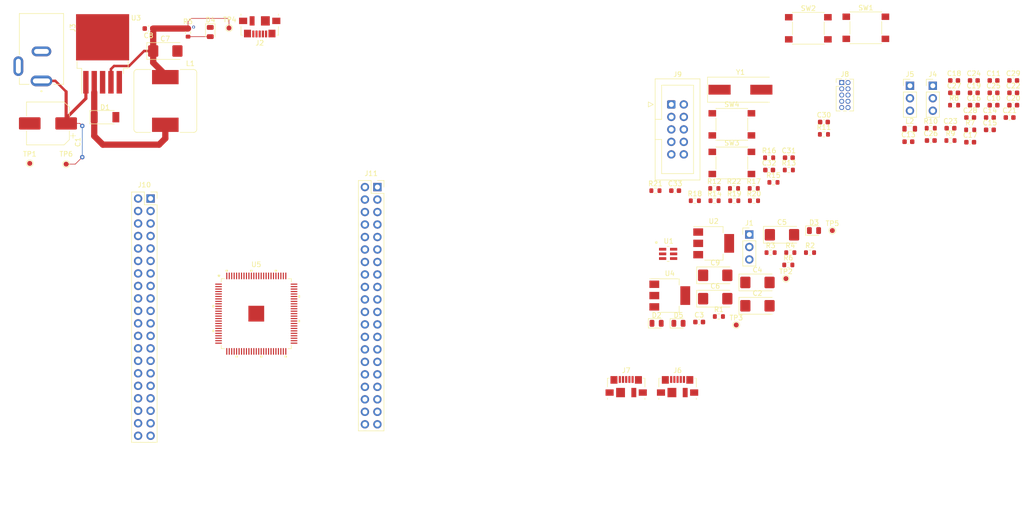
<source format=kicad_pcb>
(kicad_pcb (version 20211014) (generator pcbnew)
  (layers (0 "F.Cu" signal "Front") (31 "B.Cu" signal "Back") (34 "B.Paste" user) (35 "F.Paste" user) (36 "B.SilkS" user "B.Silkscreen") (37 "F.SilkS" user "F.Silkscreen") (38 "B.Mask" user) (39 "F.Mask" user) (44 "Edge.Cuts" user))
  (net 0 "")
  (net 1 "V_IN")
  (net 2 "GND")
  (net 3 "+5V")
  (net 4 "+3V3")
  (net 5 "Net-(D1-Pad1)")
  (net 8 "+1V8")
  (net 9 "5V_EXT")
  (net 10 "VBUS")
  (net 11 "V_TARGET")
  (net 12 "/Power/USB_EN")
  (net 13 "/Power/USB_ILIM")
  (net 14 "Net-(D2-Pad2)")
  (net 15 "Net-(D3-Pad2)")
  (net 16 "Net-(D4-Pad2)")
  (net 17 "Net-(D5-Pad2)")
  (net 18 "/Power/USB_FAULT")
  (net 19 "/MCU_1/MCU_XTAL32M_P")
  (net 20 "/MCU_1/MCU_XTAL32M_N")
  (net 21 "/MCU/ADC_VREFN")
  (net 22 "/MCU/ADC_VREFP")
  (net 23 "/MCU_1/TMS{slash}SWDIO")
  (net 24 "/MCU/VREFP_TARGET")
  (net 25 "/MCU/VREFN_TARGET")
  (net 26 "Net-(C23-Pad1)")
  (net 27 "Net-(L2-Pad1)")
  (net 28 "/MCU_1/TDO{slash}SWO")
  (net 29 "/MCU_1/P0_5-ISP1")
  (net 30 "/MCU_1/TDI{slash}N.C.")
  (net 31 "/MCU_1/GND_DETECT")
  (net 32 "/MCU_1/TCK{slash}SWCLK")
  (net 33 "/MCU_1/LPC_RESET")
  (net 115 "/MCU_1/WAKE{slash}GPIO")
  (net 118 "/MCU_1/PIO1_9")
  (net 119 "Net-(R14-Pad2)")
  (net 120 "Net-(R22-Pad2)")
  (net 149 "/MCU_1/MCU_XTAL32K_P")
  (net 150 "/MCU_1/MCU_XTAL32K_N")
  (net 175 "/MCU_1/TRST")
  (footprint "Capacitor_SMD:C_0603_1608Metric" (layer "F.Cu") (at 154.325 31.83)
    (fp_text reference "C32")
    (fp_text value "18pF")
  )
  (footprint "Resistor_SMD:R_0603_1608Metric" (layer "F.Cu") (at 131.195 36.03)
    (fp_text reference "R21")
    (fp_text value "100k")
  )
  (footprint "Capacitor_SMD:C_0603_1608Metric" (layer "F.Cu") (at 191.955 16.13)
    (fp_text reference "C27")
    (fp_text value "2.2uF")
  )
  (footprint "Inductor_SMD:L_0805_2012Metric" (layer "F.Cu") (at 182.925 23.44)
    (fp_text reference "L2")
    (fp_text value "4.7uH")
  )
  (footprint "Capacitor_SMD:C_0603_1608Metric" (layer "F.Cu") (at 195.965 16.13)
    (fp_text reference "C19")
    (fp_text value "0.1uF")
  )
  (footprint "Capacitor_SMD:C_0603_1608Metric" (layer "F.Cu") (at 158.335 29.32)
    (fp_text reference "C31")
    (fp_text value "10uF")
  )
  (footprint "Capacitor_SMD:C_0603_1608Metric" (layer "F.Cu") (at 199.235 21.15)
    (fp_text reference "C14")
    (fp_text value "100nF")
  )
  (footprint "TestPoint:TestPoint_Pad_D1.0mm" (layer "F.Cu") (at 3.92 30.48)
    (fp_text reference "TP1")
    (fp_text value "TP_GND")
  )
  (footprint "Capacitor_SMD:C_0603_1608Metric" (layer "F.Cu") (at 191.215 23.32)
    (fp_text reference "C23")
    (fp_text value "22uF")
  )
  (footprint "Capacitor_Tantalum_SMD:CP_EIA-6032-28_Kemet-C" (layer "F.Cu") (at 156.94 45)
    (fp_text reference "C5")
    (fp_text value "10uF")
  )
  (footprint "Resistor_SMD:R_0603_1608Metric" (layer "F.Cu") (at 154.625 48.63)
    (fp_text reference "R3")
    (fp_text value "0 Ohm")
  )
  (footprint "Button_Switch_SMD:SW_SPST_PTS645" (layer "F.Cu") (at 146.745 30.39)
    (fp_text reference "SW3")
    (fp_text value "USER")
  )
  (footprint "Resistor_SMD:R_0603_1608Metric" (layer "F.Cu") (at 143.225 38.08)
    (fp_text reference "R14")
    (fp_text value "100")
  )
  (footprint "Connector_USB:USB_Micro-B_Molex_47346-0001" (layer "F.Cu") (at 50.6984 2.6924 180)
    (fp_text reference "J2")
    (fp_text value "USB_B_Micro")
  )
  (footprint "Package_TO_SOT_SMD:SOT-223-3_TabPin2" (layer "F.Cu") (at 134.115 57.37)
    (fp_text reference "U4")
    (fp_text value "LM1117-1.8")
  )
  (footprint "Connector_PinSocket_2.54mm:PinSocket_2x20_P2.54mm_Vertical" (layer "F.Cu") (at 28.5 37.63)
    (fp_text reference "J10")
    (fp_text value "Conn_02x20")
  )
  (footprint "Resistor_SMD:R_0603_1608Metric" (layer "F.Cu") (at 154.325 29.32)
    (fp_text reference "R16")
    (fp_text value "0")
  )
  (footprint "TestPoint:TestPoint_Pad_D1.0mm" (layer "F.Cu") (at 167.185 44.15)
    (fp_text reference "TP5")
    (fp_text value "TP_1V8")
  )
  (footprint "Capacitor_SMD:C_0603_1608Metric" (layer "F.Cu") (at 203.245 21.15)
    (fp_text reference "C21")
    (fp_text value "10nF")
  )
  (footprint "Capacitor_Tantalum_SMD:CP_EIA-6032-28_Kemet-C" (layer "F.Cu") (at 151.95 59.45)
    (fp_text reference "C2")
    (fp_text value "10uF")
  )
  (footprint "Connector_PinHeader_1.27mm:PinHeader_2x05_P1.27mm_Vertical" (layer "F.Cu") (at 169.095 14.04)
    (fp_text reference "J8")
    (fp_text value "JLink-1")
  )
  (footprint "Resistor_SMD:R_0603_1608Metric" (layer "F.Cu") (at 187.205 23.32)
    (fp_text reference "R10")
    (fp_text value "0")
  )
  (footprint "Capacitor_SMD:C_0603_1608Metric" (layer "F.Cu") (at 182.655 26.07)
    (fp_text reference "C13")
    (fp_text value "0.1uF")
  )
  (footprint "Package_TO_SOT_SMD:TO-263-5_TabPin3" (layer "F.Cu") (at 18.736 8.2 90)
    (fp_text reference "U3")
    (fp_text value "LM2596S-5" hide)
  )
  (footprint "Resistor_SMD:R_0603_1608Metric" (layer "F.Cu") (at 162.645 48.63)
    (fp_text reference "R2")
    (fp_text value "100k")
  )
  (footprint "Capacitor_SMD:C_0603_1608Metric" (layer "F.Cu") (at 199.235 23.66)
    (fp_text reference "C15")
    (fp_text value "10nF")
  )
  (footprint "Resistor_SMD:R_0603_1608Metric" (layer "F.Cu") (at 36.1188 3.873 90)
    (fp_text reference "R5")
    (fp_text value "220 Ohm" hide)
  )
  (footprint "Connector_PinHeader_2.54mm:PinHeader_1x03_P2.54mm_Vertical" (layer "F.Cu") (at 182.975 14.69)
    (fp_text reference "J5")
    (fp_text value "MCU_V_SEL")
  )
  (footprint "Capacitor_SMD:CP_Elec_8x10.5" (layer "F.Cu") (at 7.62 22.352 180)
    (fp_text reference "C1")
    (fp_text value "100uF")
  )
  (footprint "Resistor_SMD:R_0603_1608Metric" (layer "F.Cu") (at 158.225 51.14)
    (fp_text reference "R6")
    (fp_text value "68 Ohm")
  )
  (footprint "Connector_USB:USB_Micro-B_Molex_47346-0001" (layer "F.Cu") (at 125.25 75.9)
    (fp_text reference "J7")
    (fp_text value "USB_B_Micro")
  )
  (footprint "Crystal:Crystal_SMD_HC49-SD" (layer "F.Cu") (at 148.495 15.49)
    (fp_text reference "Y1")
    (fp_text value "16MHz")
  )
  (footprint "Capacitor_Tantalum_SMD:CP_EIA-6032-28_Kemet-C" (layer "F.Cu") (at 151.95 54.7)
    (fp_text reference "C4")
    (fp_text value "100uF")
  )
  (footprint "Resistor_SMD:R_0603_1608Metric" (layer "F.Cu") (at 191.955 18.64)
    (fp_text reference "R8")
    (fp_text value "0")
  )
  (footprint "Capacitor_SMD:C_0603_1608Metric" (layer "F.Cu") (at 199.975 16.13)
    (fp_text reference "C25")
    (fp_text value "47pF")
  )
  (footprint "Connector_PinSocket_2.54mm:PinSocket_2x20_P2.54mm_Vertical" (layer "F.Cu") (at 74.64 35.3)
    (fp_text reference "J11")
    (fp_text value "Conn_02x20")
  )
  (footprint "Capacitor_SMD:C_0603_1608Metric" (layer "F.Cu") (at 187.205 25.83)
    (fp_text reference "C26")
    (fp_text value "100nF")
  )
  (footprint "LED_SMD:LED_0805_2012Metric" (layer "F.Cu") (at 40.64 3.7605 -90)
    (fp_text reference "D4")
    (fp_text value "LED")
  )
  (footprint "Capacitor_SMD:C_0603_1608Metric" (layer "F.Cu") (at 199.975 13.62)
    (fp_text reference "C11")
    (fp_text value "22uF")
  )
  (footprint "Capacitor_SMD:C_0603_1608Metric" (layer "F.Cu") (at 28.0835 3.048 180)
    (fp_text reference "C8")
    (fp_text value "100nF")
  )
  (footprint "Capacitor_Tantalum_SMD:CP_EIA-6032-28_Kemet-C" (layer "F.Cu") (at 31.496 7.62)
    (fp_text reference "C7")
    (fp_text value "220uF")
  )
  (footprint "Resistor_SMD:R_0603_1608Metric" (layer "F.Cu") (at 195.225 23.66)
    (fp_text reference "R7")
    (fp_text value "0")
  )
  (footprint "TestPoint:TestPoint_Pad_D1.0mm" (layer "F.Cu") (at 157.745 53.92)
    (fp_text reference "TP2")
    (fp_text value "TP_5V_EXT")
  )
  (footprint "Resistor_SMD:R_0603_1608Metric" (layer "F.Cu") (at 151.245 38.08)
    (fp_text reference "R20")
    (fp_text value "100k")
  )
  (footprint "Capacitor_Tantalum_SMD:CP_EIA-6032-28_Kemet-C" (layer "F.Cu") (at 143.36 58)
    (fp_text reference "C6")
    (fp_text value "120uF")
  )
  (footprint "Resistor_SMD:R_0603_1608Metric" (layer "F.Cu") (at 139.215 38.08)
    (fp_text reference "R18")
    (fp_text value "100k")
  )
  (footprint "Capacitor_SMD:C_0603_1608Metric" (layer "F.Cu") (at 135.205 36.03)
    (fp_text reference "C33")
    (fp_text value "18pF")
  )
  (footprint "erkan-hw-lib:TPS2552DBVR" (layer "F.Cu") (at 133.7786 48.89)
    (fp_text reference "U1")
    (fp_text value "TPS2552DBVR" hide)
  )
  (footprint "Resistor_SMD:R_0603_1608Metric" (layer "F.Cu") (at 144.105 61.63)
    (fp_text reference "R1")
    (fp_text value "47k")
  )
  (footprint "Button_Switch_SMD:SW_SPST_PTS645" (layer "F.Cu") (at 162.3 3)
    (fp_text reference "SW2")
    (fp_text value "WAKE")
  )
  (footprint "LED_SMD:LED_0805_2012Metric" (layer "F.Cu") (at 131.435 63.015)
    (fp_text reference "D2")
    (fp_text value "LED")
  )
  (footprint "Package_TO_SOT_SMD:SOT-223-3_TabPin2" (layer "F.Cu") (at 143.045 46.75)
    (fp_text reference "U2")
    (fp_text value "LM1117-3.3")
  )
  (footprint "TestPoint:TestPoint_Pad_D1.0mm" (layer "F.Cu") (at 11.32 30.6324)
    (fp_text reference "TP6")
    (fp_text value "TP_VIN")
  )
  (footprint "Resistor_SMD:R_0603_1608Metric" (layer "F.Cu") (at 165.475 24.58)
    (fp_text reference "R11")
    (fp_text value "2.2k")
  )
  (footprint "Resistor_SMD:R_0603_1608Metric" (layer "F.Cu") (at 147.185 35.57)
    (fp_text reference "R22")
    (fp_text value "100")
  )
  (footprint "Resistor_SMD:R_0603_1608Metric" (layer "F.Cu") (at 155.205 34.34)
    (fp_text reference "R15")
    (fp_text value "0")
  )
  (footprint "Capacitor_SMD:C_0603_1608Metric" (layer "F.Cu") (at 195.225 21.15)
    (fp_text reference "C28")
    (fp_text value "47pF")
  )
  (footprint "Capacitor_SMD:C_0603_1608Metric" (layer "F.Cu") (at 195.225 26.17)
    (fp_text reference "C17")
    (fp_text value "0.1uF")
  )
  (footprint "LED_SMD:LED_0805_2012Metric" (layer "F.Cu") (at 135.885 63.015)
    (fp_text reference "D5")
    (fp_text value "LED")
  )
  (footprint "TestPoint:TestPoint_Pad_D1.0mm" (layer "F.Cu") (at 147.635 63.35)
    (fp_text reference "TP3")
    (fp_text value "TP_3V3")
  )
  (footprint "Capacitor_SMD:C_0603_1608Metric" (layer "F.Cu") (at 195.965 18.64)
    (fp_text reference "C16")
    (fp_text value "47pF")
  )
  (footprint "erkan-hw-lib:DC-JACK-5.5x2.1" (layer "F.Cu") (at 6.3 7.7 -90)
    (fp_text reference "J3")
    (fp_text value "DC_IN")
  )
  (footprint "Capacitor_SMD:C_0603_1608Metric" (layer "F.Cu") (at 199.975 18.64)
    (fp_text reference "C10")
    (fp_text value "4.7uF")
  )
  (footprint "Resistor_SMD:R_0603_1608Metric" (layer "F.Cu") (at 147.235 38.08)
    (fp_text reference "R19")
    (fp_text value "100k")
  )
  (footprint "Button_Switch_SMD:SW_SPST_PTS645" (layer "F.Cu") (at 174 2.9)
    (fp_text reference "SW1")
    (fp_text value "ISP")
  )
  (footprint "Button_Switch_SMD:SW_SPST_PTS645" (layer "F.Cu") (at 146.745 22.54)
    (fp_text reference "SW4")
    (fp_text value "SW_SPST")
  )
  (footprint "Capacitor_SMD:C_0603_1608Metric" (layer "F.Cu") (at 203.985 16.13)
    (fp_text reference "C22")
    (fp_text value "0.1uF")
  )
  (footprint "Capacitor_SMD:C_0603_1608Metric" (layer "F.Cu") (at 191.955 13.62)
    (fp_text reference "C18")
    (fp_text value "10nF")
  )
  (footprint "Resistor_SMD:R_0603_1608Metric" (layer "F.Cu") (at 143.175 35.57)
    (fp_text reference "R12")
    (fp_text value "330k")
  )
  (footprint "LED_SMD:LED_0805_2012Metric" (layer "F.Cu") (at 163.455 44.145)
    (fp_text reference "D3")
    (fp_text value "LED")
  )
  (footprint "Capacitor_SMD:C_0603_1608Metric" (layer "F.Cu") (at 203.985 13.62)
    (fp_text reference "C29")
    (fp_text value "0.1uF")
  )
  (footprint "Resistor_SMD:R_0603_1608Metric" (layer "F.Cu") (at 158.335 31.83)
    (fp_text reference "R13")
    (fp_text value "100k")
  )
  (footprint "Connector_PinHeader_2.54mm:PinHeader_1x03_P2.54mm_Vertical" (layer "F.Cu") (at 187.625 14.69)
    (fp_text reference "J4")
    (fp_text value "ADC_EXT_SUPPLY")
  )
  (footprint "Resistor_SMD:R_0603_1608Metric" (layer "F.Cu") (at 191.215 25.83)
    (fp_text reference "R9")
    (fp_text value "0")
  )
  (footprint "Capacitor_SMD:C_0603_1608Metric" (layer "F.Cu") (at 195.965 13.62)
    (fp_text reference "C24")
    (fp_text value "10nF")
  )
  (footprint "Connector_IDC:IDC-Header_2x05_P2.54mm_Vertical" (layer "F.Cu") (at 134.43 18.49)
    (fp_text reference "J9")
    (fp_text value "JLink-2")
  )
  (footprint "TestPoint:TestPoint_Pad_D1.0mm" (layer "F.Cu") (at 44.45 2.9464)
    (fp_text reference "TP4")
    (fp_text value "TP_5V" hide)
  )
  (footprint "erkan-hw-lib:HLQFP100" (layer "F.Cu") (at 50 61.05)
    (fp_text reference "U5")
    (fp_text value "LPC55S28JBD100" hide)
  )
  (footprint "Capacitor_SMD:C_0603_1608Metric" (layer "F.Cu") (at 140.095 62.75)
    (fp_text reference "C3")
    (fp_text value "0.1uF")
  )
  (footprint "Capacitor_Tantalum_SMD:CP_EIA-6032-28_Kemet-C" (layer "F.Cu") (at 143.36 53.25)
    (fp_text reference "C9")
    (fp_text value "100uF")
  )
  (footprint "Resistor_SMD:R_0603_1608Metric" (layer "F.Cu") (at 151.195 35.57)
    (fp_text reference "R17")
    (fp_text value "100k")
  )
  (footprint "Diode_SMD:D_SOD-128" (layer "F.Cu") (at 19.236 21.082)
    (fp_text reference "D1")
    (fp_text value "PMEG3050BEP" hide)
  )
  (footprint "Capacitor_SMD:C_0603_1608Metric" (layer "F.Cu") (at 165.475 22.07)
    (fp_text reference "C30")
    (fp_text value "10uF")
  )
  (footprint "Connector_PinHeader_2.54mm:PinHeader_1x03_P2.54mm_Vertical" (layer "F.Cu") (at 150.295 44.95)
    (fp_text reference "J1")
    (fp_text value "VBus-Select")
  )
  (footprint "Inductor_SMD:L_Bourns_SRR1260" (layer "F.Cu") (at 31.496 17.78 90)
    (fp_text reference "L1")
    (fp_text value "SRR1280A")
  )
  (footprint "Resistor_SMD:R_0603_1608Metric" (layer "F.Cu") (at 158.635 48.63)
    (fp_text reference "R4")
    (fp_text value "1.2k Ohm")
  )
  (footprint "Connector_USB:USB_Micro-B_Molex_47346-0001" (layer "F.Cu") (at 135.7 75.9)
    (fp_text reference "J6")
    (fp_text value "USB_B_Micro")
  )
  (footprint "Capacitor_SMD:C_0603_1608Metric" (layer "F.Cu") (at 203.985 18.64)
    (fp_text reference "C20")
    (fp_text value "0.1uF")
  )
  (gr_rect locked (start 0 100) (end 100 0) (layer "Edge.Cuts") (width 0.001) (fill none))
  (segment (start 11.32 22.352) (end 11.32 21.2936) (width 0.635) (layer "F.Cu") (net 1))
  (segment (start 14.097 22.352) (end 14.605 22.86) (width 0.127) (layer "F.Cu") (net 1))
  (segment (start 11.32 15.892) (end 11.32 22.352) (width 0.635) (layer "F.Cu") (net 1))
  (segment (start 6.3 13.7) (end 9.128 13.7) (width 0.508) (layer "F.Cu") (net 1))
  (segment (start 9.128 13.7) (end 11.32 15.892) (width 0.508) (layer "F.Cu") (net 1))
  (segment (start 13.1826 30.6324) (end 11.32 30.6324) (width 0.127) (layer "F.Cu") (net 1))
  (segment (start 11.32 21.2936) (end 15.336 17.2776) (width 0.635) (layer "F.Cu") (net 1))
  (segment (start 15.336 17.2776) (end 15.336 13.975) (width 0.635) (layer "F.Cu") (net 1))
  (segment (start 11.32 22.352) (end 14.097 22.352) (width 0.127) (layer "F.Cu") (net 1))
  (segment (start 14.605 29.21) (end 13.1826 30.6324) (width 0.127) (layer "F.Cu") (net 1))
  (via (at 14.605 29.21) (size 0.9) (drill 0.4) (layers "F.Cu" "B.Cu") (net 1))
  (via (at 14.605 22.86) (size 0.9) (drill 0.4) (layers "F.Cu" "B.Cu") (net 1))
  (segment (start 14.605 22.86) (end 14.605 29.21) (width 0.127) (layer "B.Cu") (net 1))
  (segment (start 36.1188 3.048) (end 36.1188 1.6312) (width 0.127) (layer "F.Cu") (net 3))
  (segment (start 24.13 10.668) (end 21.069 10.668) (width 0.508) (layer "F.Cu") (net 3))
  (segment (start 21.069 10.668) (end 20.436 11.301) (width 0.508) (layer "F.Cu") (net 3))
  (segment (start 36.1188 1.6312) (end 36.7594 0.9906) (width 0.127) (layer "F.Cu") (net 3))
  (segment (start 36.7594 0.9906) (end 44.1706 0.9906) (width 0.127) (layer "F.Cu") (net 3))
  (segment (start 20.436 11.301) (end 20.436 11.684) (width 0.508) (layer "F.Cu") (net 3))
  (segment (start 27.178 7.62) (end 24.13 10.668) (width 0.508) (layer "F.Cu") (net 3))
  (segment (start 29.0335 9.9835) (end 29.0335 3.81) (width 1.27) (layer "F.Cu") (net 3))
  (segment (start 31.496 12.93) (end 31.496 12.446) (width 1.27) (layer "F.Cu") (net 3))
  (segment (start 44.45 1.27) (end 44.45 2.9464) (width 0.127) (layer "F.Cu") (net 3))
  (segment (start 31.496 12.446) (end 29.0335 9.9835) (width 1.27) (layer "F.Cu") (net 3))
  (segment (start 29.0335 3.048) (end 36.1188 3.048) (width 1.27) (layer "F.Cu") (net 3))
  (segment (start 44.1706 0.9906) (end 44.45 1.27) (width 0.127) (layer "F.Cu") (net 3))
  (segment (start 29.0335 7.62) (end 27.178 7.62) (width 0.508) (layer "F.Cu") (net 3))
  (via (at 37.25 2.75) (size 0.6) (drill 0.3) (layers "F.Cu" "B.Cu") (net 3))
  (segment (start 30.226 26.67) (end 31.496 25.4) (width 1.27) (layer "F.Cu") (net 5))
  (segment (start 17.036 13.975) (end 17.036 16.02) (width 0.127) (layer "F.Cu") (net 5))
  (segment (start 17.036 24.91) (end 18.796 26.67) (width 1.27) (layer "F.Cu") (net 5))
  (segment (start 17.036 21.082) (end 17.036 16.02) (width 1.27) (layer "F.Cu") (net 5))
  (segment (start 31.496 25.4) (end 31.496 22.63) (width 1.27) (layer "F.Cu") (net 5))
  (segment (start 18.796 26.67) (end 30.226 26.67) (width 1.27) (layer "F.Cu") (net 5))
  (segment (start 17.036 21.082) (end 17.036 24.91) (width 1.27) (layer "F.Cu") (net 5))
  (segment (start 36.1188 4.698) (end 40.64 4.698) (width 0.127) (layer "F.Cu") (net 16))
)
</source>
